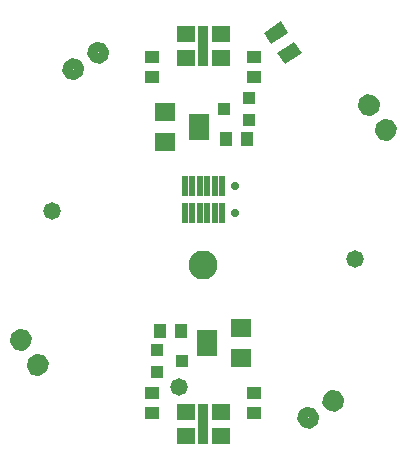
<source format=gts>
G75*
%MOIN*%
%OFA0B0*%
%FSLAX24Y24*%
%IPPOS*%
%LPD*%
%AMOC8*
5,1,8,0,0,1.08239X$1,22.5*
%
%ADD10C,0.0580*%
%ADD11C,0.0970*%
%ADD12R,0.0430X0.0500*%
%ADD13R,0.0460X0.0680*%
%ADD14R,0.0500X0.0430*%
%ADD15R,0.0434X0.0395*%
%ADD16R,0.0230X0.0680*%
%ADD17R,0.0710X0.0592*%
%ADD18R,0.0710X0.0867*%
%ADD19R,0.0356X0.1340*%
%ADD20R,0.0592X0.0533*%
%ADD21C,0.0142*%
%ADD22C,0.0278*%
D10*
X008350Y004102D03*
X014218Y008350D03*
X004102Y009970D03*
D11*
X009160Y008176D03*
D12*
X008400Y005960D03*
X007720Y005960D03*
X009920Y012360D03*
X010600Y012360D03*
D13*
G36*
X011889Y014851D02*
X011632Y015231D01*
X012195Y015611D01*
X012452Y015231D01*
X011889Y014851D01*
G37*
G36*
X011431Y015531D02*
X011174Y015911D01*
X011737Y016291D01*
X011994Y015911D01*
X011431Y015531D01*
G37*
D14*
X010860Y015100D03*
X010860Y014420D03*
X007460Y014420D03*
X007460Y015100D03*
X007460Y003900D03*
X007460Y003220D03*
X010860Y003220D03*
X010860Y003900D03*
D15*
X008460Y004960D03*
X007633Y004586D03*
X007633Y005334D03*
X010687Y012986D03*
X010687Y013734D03*
X009860Y013360D03*
D16*
X009785Y010810D03*
X009535Y010810D03*
X009285Y010810D03*
X009035Y010810D03*
X008785Y010810D03*
X008535Y010810D03*
X008535Y009910D03*
X008785Y009910D03*
X009035Y009910D03*
X009285Y009910D03*
X009535Y009910D03*
X009785Y009910D03*
D17*
X007889Y012260D03*
X007889Y013260D03*
X010431Y006060D03*
X010431Y005060D03*
D18*
X009289Y005560D03*
X009031Y012760D03*
D19*
X009160Y015460D03*
X009160Y002860D03*
D20*
X009741Y002456D03*
X009741Y003264D03*
X008579Y003264D03*
X008579Y002456D03*
X008579Y015056D03*
X008579Y015864D03*
X009741Y015864D03*
X009741Y015056D03*
D21*
X003646Y005060D02*
X003575Y005131D01*
X003806Y005086D01*
X003936Y004892D01*
X003891Y004661D01*
X003697Y004531D01*
X003466Y004576D01*
X003336Y004770D01*
X003381Y005001D01*
X003575Y005131D01*
X003598Y005018D01*
X003741Y004990D01*
X003823Y004869D01*
X003795Y004726D01*
X003674Y004644D01*
X003531Y004672D01*
X003449Y004793D01*
X003477Y004936D01*
X003598Y005018D01*
X003621Y004906D01*
X003678Y004894D01*
X003711Y004846D01*
X003699Y004789D01*
X003651Y004756D01*
X003594Y004768D01*
X003561Y004816D01*
X003573Y004873D01*
X003621Y004906D01*
X003087Y005889D02*
X003016Y005960D01*
X003247Y005915D01*
X003377Y005721D01*
X003332Y005490D01*
X003138Y005360D01*
X002907Y005405D01*
X002777Y005599D01*
X002822Y005830D01*
X003016Y005960D01*
X003039Y005847D01*
X003182Y005819D01*
X003264Y005698D01*
X003236Y005555D01*
X003115Y005473D01*
X002972Y005501D01*
X002890Y005622D01*
X002918Y005765D01*
X003039Y005847D01*
X003062Y005735D01*
X003119Y005723D01*
X003152Y005675D01*
X003140Y005618D01*
X003092Y005585D01*
X003035Y005597D01*
X003002Y005645D01*
X003014Y005702D01*
X003062Y005735D01*
X004841Y014913D02*
X004770Y014984D01*
X005001Y014939D01*
X005131Y014745D01*
X005086Y014514D01*
X004892Y014384D01*
X004661Y014429D01*
X004531Y014623D01*
X004576Y014854D01*
X004770Y014984D01*
X004793Y014871D01*
X004936Y014843D01*
X005018Y014722D01*
X004990Y014579D01*
X004869Y014497D01*
X004726Y014525D01*
X004644Y014646D01*
X004672Y014789D01*
X004793Y014871D01*
X004816Y014759D01*
X004873Y014747D01*
X004906Y014699D01*
X004894Y014642D01*
X004846Y014609D01*
X004789Y014621D01*
X004756Y014669D01*
X004768Y014726D01*
X004816Y014759D01*
X005670Y015472D02*
X005599Y015543D01*
X005830Y015498D01*
X005960Y015304D01*
X005915Y015073D01*
X005721Y014943D01*
X005490Y014988D01*
X005360Y015182D01*
X005405Y015413D01*
X005599Y015543D01*
X005622Y015430D01*
X005765Y015402D01*
X005847Y015281D01*
X005819Y015138D01*
X005698Y015056D01*
X005555Y015084D01*
X005473Y015205D01*
X005501Y015348D01*
X005622Y015430D01*
X005645Y015318D01*
X005702Y015306D01*
X005735Y015258D01*
X005723Y015201D01*
X005675Y015168D01*
X005618Y015180D01*
X005585Y015228D01*
X005597Y015285D01*
X005645Y015318D01*
X014694Y013718D02*
X014623Y013789D01*
X014854Y013744D01*
X014984Y013550D01*
X014939Y013319D01*
X014745Y013189D01*
X014514Y013234D01*
X014384Y013428D01*
X014429Y013659D01*
X014623Y013789D01*
X014646Y013676D01*
X014789Y013648D01*
X014871Y013527D01*
X014843Y013384D01*
X014722Y013302D01*
X014579Y013330D01*
X014497Y013451D01*
X014525Y013594D01*
X014646Y013676D01*
X014669Y013564D01*
X014726Y013552D01*
X014759Y013504D01*
X014747Y013447D01*
X014699Y013414D01*
X014642Y013426D01*
X014609Y013474D01*
X014621Y013531D01*
X014669Y013564D01*
X015253Y012889D02*
X015182Y012960D01*
X015413Y012915D01*
X015543Y012721D01*
X015498Y012490D01*
X015304Y012360D01*
X015073Y012405D01*
X014943Y012599D01*
X014988Y012830D01*
X015182Y012960D01*
X015205Y012847D01*
X015348Y012819D01*
X015430Y012698D01*
X015402Y012555D01*
X015281Y012473D01*
X015138Y012501D01*
X015056Y012622D01*
X015084Y012765D01*
X015205Y012847D01*
X015228Y012735D01*
X015285Y012723D01*
X015318Y012675D01*
X015306Y012618D01*
X015258Y012585D01*
X015201Y012597D01*
X015168Y012645D01*
X015180Y012702D01*
X015228Y012735D01*
X013499Y003865D02*
X013428Y003936D01*
X013659Y003891D01*
X013789Y003697D01*
X013744Y003466D01*
X013550Y003336D01*
X013319Y003381D01*
X013189Y003575D01*
X013234Y003806D01*
X013428Y003936D01*
X013451Y003823D01*
X013594Y003795D01*
X013676Y003674D01*
X013648Y003531D01*
X013527Y003449D01*
X013384Y003477D01*
X013302Y003598D01*
X013330Y003741D01*
X013451Y003823D01*
X013474Y003711D01*
X013531Y003699D01*
X013564Y003651D01*
X013552Y003594D01*
X013504Y003561D01*
X013447Y003573D01*
X013414Y003621D01*
X013426Y003678D01*
X013474Y003711D01*
X012670Y003306D02*
X012599Y003377D01*
X012830Y003332D01*
X012960Y003138D01*
X012915Y002907D01*
X012721Y002777D01*
X012490Y002822D01*
X012360Y003016D01*
X012405Y003247D01*
X012599Y003377D01*
X012622Y003264D01*
X012765Y003236D01*
X012847Y003115D01*
X012819Y002972D01*
X012698Y002890D01*
X012555Y002918D01*
X012473Y003039D01*
X012501Y003182D01*
X012622Y003264D01*
X012645Y003152D01*
X012702Y003140D01*
X012735Y003092D01*
X012723Y003035D01*
X012675Y003002D01*
X012618Y003014D01*
X012585Y003062D01*
X012597Y003119D01*
X012645Y003152D01*
D22*
X010210Y009910D03*
X010210Y010810D03*
M02*

</source>
